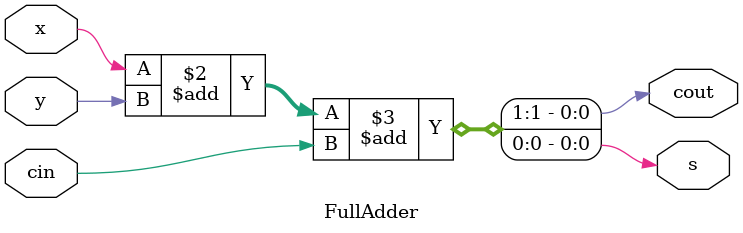
<source format=v>
module FullAdder (x, y, cin, s, cout);
input wire x, y, cin;
output reg s, cout;
always@(x, y, cin)
begin
 {cout, s}=x+y+cin;
end
endmodule

</source>
